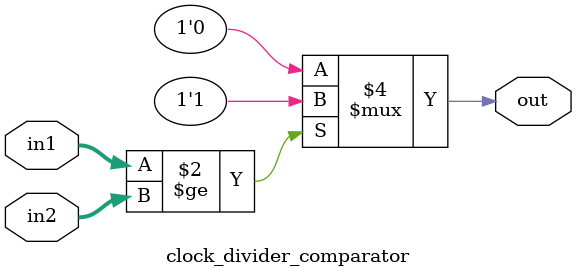
<source format=sv>
module clock_divider_comparator
    #(parameter n=16) 
     (input  logic [n-1:0] in1, in2,
      output logic         out);

    always_comb
        if (in1 >= in2) out = 1'b1;
        else out = 1'b0;
endmodule
</source>
